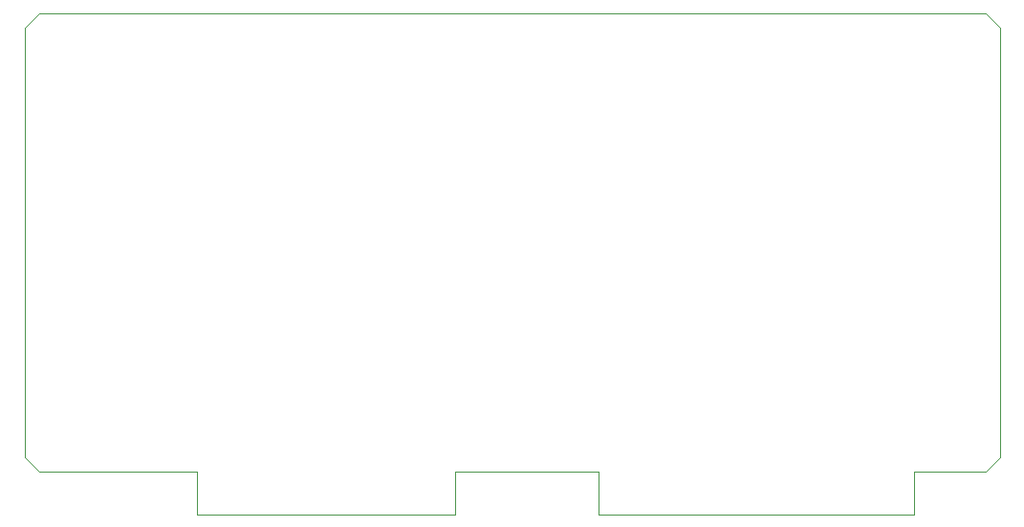
<source format=gbr>
%TF.GenerationSoftware,KiCad,Pcbnew,8.0.2-8.0.2-0~ubuntu22.04.1*%
%TF.CreationDate,2024-05-24T18:45:05+02:00*%
%TF.ProjectId,flipper-debug-devboard,666c6970-7065-4722-9d64-656275672d64,rev?*%
%TF.SameCoordinates,Original*%
%TF.FileFunction,Profile,NP*%
%FSLAX46Y46*%
G04 Gerber Fmt 4.6, Leading zero omitted, Abs format (unit mm)*
G04 Created by KiCad (PCBNEW 8.0.2-8.0.2-0~ubuntu22.04.1) date 2024-05-24 18:45:05*
%MOMM*%
%LPD*%
G01*
G04 APERTURE LIST*
%TA.AperFunction,Profile*%
%ADD10C,0.050000*%
%TD*%
G04 APERTURE END LIST*
D10*
X154940000Y-102870000D02*
X154940000Y-140970000D01*
X153670000Y-142240000D01*
X147320000Y-142240000D01*
X147320000Y-146050000D01*
X119380000Y-146050000D01*
X119380000Y-142240000D01*
X106680000Y-142240000D01*
X106680000Y-146050000D01*
X83820000Y-146050000D01*
X83820000Y-142240000D01*
X69850000Y-142240000D01*
X68580000Y-140970000D01*
X68580000Y-102870000D01*
X69850000Y-101600000D01*
X153670000Y-101600000D01*
X154940000Y-102870000D01*
M02*

</source>
